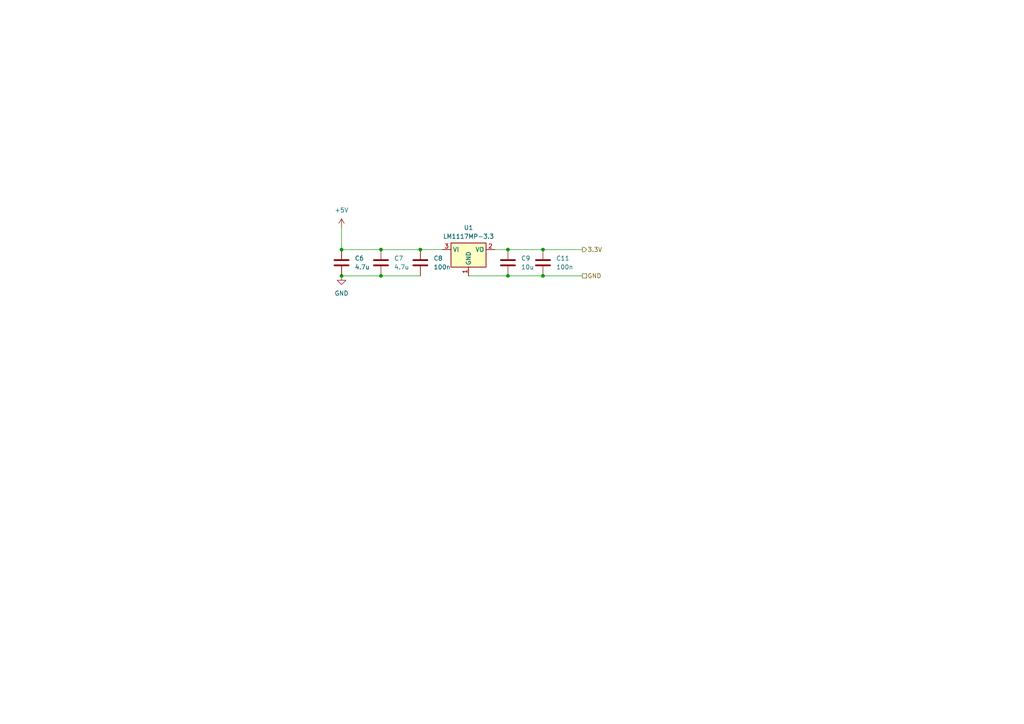
<source format=kicad_sch>
(kicad_sch (version 20230121) (generator eeschema)
  (paper "A4")
  (lib_symbols
    (symbol "Device:C" (pin_numbers hide) (pin_names (offset 0.254))
      (property "Reference" "C" (at 0.635 2.54 0))
      (property "Value" "C" (at 0.635 -2.54 0))
      (symbol "C_0_1"
        (polyline (pts (xy -2.032 -0.762) (xy 2.032 -0.762)) (stroke (width 0.508)))
        (polyline (pts (xy -2.032 0.762) (xy 2.032 0.762)) (stroke (width 0.508)))
      )
      (symbol "C_1_1"
        (pin passive line (at 0 3.81 270) (length 2.794) (name "~") (number "1"))
        (pin passive line (at 0 -3.81 90) (length 2.794) (name "~") (number "2"))
      )
    )
    (symbol "Regulator_Linear:LM1117MP-3.3"
      (property "Reference" "U" (at -3.81 3.175 0))
      (property "Value" "LM1117MP-3.3" (at 0 3.175 0))
      (symbol "LM1117MP-3.3_0_1"
        (rectangle (start -5.08 -5.08) (end 5.08 1.905) (stroke (width 0.254)) (fill (type background)))
      )
      (symbol "LM1117MP-3.3_1_1"
        (pin power_in line (at 0 -7.62 90) (length 2.54) (name "GND") (number "1"))
        (pin power_out line (at 7.62 0 180) (length 2.54) (name "VO") (number "2"))
        (pin power_in line (at -7.62 0 0) (length 2.54) (name "VI") (number "3"))
      )
    )
    (symbol "power:+5V" (power) (pin_names (offset 0))
      (property "Value" "+5V" (at 0 3.556 0))
      (symbol "+5V_0_1"
        (polyline (pts (xy -0.762 1.27) (xy 0 2.54)))
        (polyline (pts (xy 0 0) (xy 0 2.54)))
        (polyline (pts (xy 0 2.54) (xy 0.762 1.27)))
      )
      (symbol "+5V_1_1"
        (pin power_in line (at 0 0 90) (length 0) hide (name "+5V") (number "1"))
      )
    )
    (symbol "power:GND" (power) (pin_names (offset 0))
      (property "Value" "GND" (at 0 -3.81 0))
      (symbol "GND_0_1"
        (polyline (pts (xy 0 0) (xy 0 -1.27) (xy 1.27 -1.27) (xy 0 -2.54) (xy -1.27 -1.27) (xy 0 -1.27)))
      )
      (symbol "GND_1_1"
        (pin power_in line (at 0 0 270) (length 0) hide (name "GND") (number "1"))
      )
    )
  )
  (junction (at 157.48 72.39))
  (junction (at 99.06 80.01))
  (junction (at 157.48 80.01))
  (junction (at 121.92 72.39))
  (junction (at 110.49 80.01))
  (junction (at 110.49 72.39))
  (junction (at 99.06 72.39))
  (junction (at 147.32 80.01))
  (junction (at 147.32 72.39))
  (wire (pts (xy 143.51 72.39) (xy 147.32 72.39)))
  (wire (pts (xy 110.49 80.01) (xy 121.92 80.01)))
  (wire (pts (xy 99.06 66.04) (xy 99.06 72.39)))
  (wire (pts (xy 99.06 72.39) (xy 110.49 72.39)))
  (wire (pts (xy 157.48 80.01) (xy 168.91 80.01)))
  (wire (pts (xy 157.48 72.39) (xy 168.91 72.39)))
  (wire (pts (xy 147.32 80.01) (xy 157.48 80.01)))
  (wire (pts (xy 110.49 72.39) (xy 121.92 72.39)))
  (wire (pts (xy 121.92 72.39) (xy 128.27 72.39)))
  (wire (pts (xy 99.06 80.01) (xy 110.49 80.01)))
  (wire (pts (xy 135.89 80.01) (xy 147.32 80.01)))
  (wire (pts (xy 147.32 72.39) (xy 157.48 72.39)))
  (hierarchical_label "3.3V" (shape output) (at 168.91 72.39 0))
  (hierarchical_label "GND" (shape passive) (at 168.91 80.01 0))
  (symbol (lib_id "Regulator_Linear:LM1117MP-3.3") (at 135.89 72.39 0) (unit 1)
    (property "Reference" "U1" (at 135.89 66.04 0))
    (property "Value" "LM1117MP-3.3" (at 135.89 68.58 0))
    (property "Footprint" "Package_TO_SOT_SMD:SOT-223-3_TabPin2" (effects hide))
    (property "Datasheet" "http://www.ti.com/lit/ds/symlink/lm1117.pdf" (effects hide))
  )
  (symbol (lib_id "Device:C") (at 99.06 76.2 0) (unit 1)
    (property "Reference" "C8" (at 102.87 74.93 0) (effects (justify left)))
    (property "Value" "4.7u" (at 102.87 77.47 0) (effects (justify left)))
    (instances (project "M0" (path "" (reference "C6") (unit 1))))
  )
  (symbol (lib_id "Device:C") (at 121.92 76.2 0) (unit 1)
    (property "Reference" "C7" (at 125.73 74.93 0) (effects (justify left)))
    (property "Value" "100n" (at 125.73 77.47 0) (effects (justify left)))
    (instances (project "M0" (path "" (reference "C8") (unit 1))))
  )
  (symbol (lib_id "Device:C") (at 147.32 76.2 0) (unit 1)
    (property "Reference" "C9" (at 151.13 74.93 0) (effects (justify left)))
    (property "Value" "10u" (at 151.13 77.47 0) (effects (justify left)))
  )
  (symbol (lib_id "power:GND") (at 99.06 80.01 0) (unit 1)
    (property "Reference" "#PWR011" (effects hide))
    (property "Value" "GND" (at 99.06 85.09 0))
  )
  (symbol (lib_id "Device:C") (at 110.49 76.2 0) (unit 1)
    (property "Reference" "C6" (at 114.3 74.93 0) (effects (justify left)))
    (property "Value" "4.7u" (at 114.3 77.47 0) (effects (justify left)))
    (instances (project "M0" (path "" (reference "C7") (unit 1))))
  )
  (symbol (lib_id "power:+5V") (at 99.06 66.04 0) (unit 1)
    (property "Reference" "#PWR010" (effects hide))
    (property "Value" "+5V" (at 99.06 60.96 0))
  )
  (symbol (lib_id "Device:C") (at 157.48 76.2 0) (unit 1)
    (property "Reference" "C11" (at 161.29 74.93 0) (effects (justify left)))
    (property "Value" "100n" (at 161.29 77.47 0) (effects (justify left)))
  )
)
</source>
